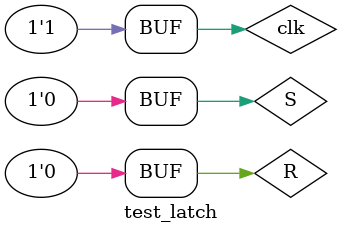
<source format=v>
`timescale 1ns/1ps

module test_latch;

    reg S, R, clk;
    wire Q;

    latch_sr DUT(S, R, clk, Q);

    initial begin
        $dumpfile("latch_teste.vcd");
        $dumpvars(0,test_latch);
            #10 S = 0; R = 0; clk = 0;

            #10 S = 0; R = 0; clk = 1;

            #10 S = 0; R = 1; clk = 0;

            #10 S = 0; R = 1; clk = 1;

            #10 S = 0; R = 0; clk = 0;

            #10 S = 0; R = 0; clk = 1;

            #10 S = 1; R = 0; clk = 0;

            #10 S = 1; R = 0; clk = 1;

            #10 S = 0; R = 0; clk = 0;

            #10 S = 0; R = 0; clk = 1;

            #10 S = 1; R = 1; clk = 0;

            #10 S = 1; R = 1; clk = 1;

            #10 S = 0; R = 0; clk = 0;

            #10 S = 0; R = 0; clk = 1;

            #10;
    end
endmodule
</source>
